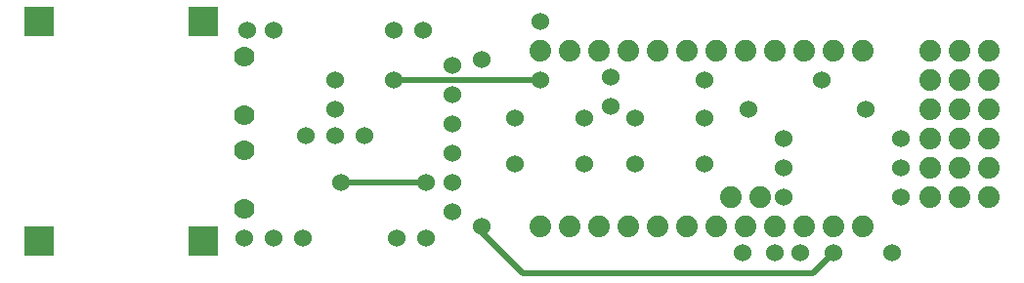
<source format=gbl>
G04 ---------------------------- Layer name :BOTTOM LAYER*
G04 EasyEDA v5.7.26, Mon, 01 Oct 2018 13:32:53 GMT*
G04 edaa9a1a6b454e79be5b24898f8a718c*
G04 Gerber Generator version 0.2*
G04 Scale: 100 percent, Rotated: No, Reflected: No *
G04 Dimensions in millimeters *
G04 leading zeros omitted , absolute positions ,3 integer and 3 decimal *
%FSLAX33Y33*%
%MOMM*%
G90*
G71D02*

%ADD10C,0.499999*%
%ADD14C,1.880006*%
%ADD15C,1.524000*%
%ADD16C,1.778000*%
%ADD17C,1.879600*%
%ADD18R,2.540000X2.540000*%

%LPD*%
G54D10*
G01X28194Y9144D02*
G01X36068Y9144D01*
G01X33274Y18034D02*
G01X45974Y18034D01*
G01X40894Y5334D02*
G01X40894Y4826D01*
G01X44450Y1270D01*
G01X69596Y1270D01*
G01X71374Y3048D01*
G54D14*
G01X65024Y7874D03*
G01X62484Y7874D03*
G54D15*
G01X30734Y13208D03*
G01X28194Y13208D03*
G01X25654Y13208D03*
G54D16*
G01X20320Y6858D03*
G01X20320Y11938D03*
G01X20320Y14986D03*
G01X20320Y20066D03*
G54D15*
G01X63500Y3048D03*
G01X68498Y3048D03*
G01X52070Y18288D03*
G01X52070Y15748D03*
G01X49784Y14732D03*
G01X43784Y14732D03*
G01X49784Y10731D03*
G01X43784Y10731D03*
G01X60198Y14732D03*
G01X54198Y14732D03*
G01X60198Y10731D03*
G01X54198Y10731D03*
G54D17*
G01X45974Y5334D03*
G01X48514Y5334D03*
G01X51054Y5334D03*
G01X53594Y5334D03*
G01X56134Y5334D03*
G01X58674Y5334D03*
G01X61214Y5334D03*
G01X63754Y5334D03*
G01X66294Y5334D03*
G01X68834Y5334D03*
G01X71374Y5334D03*
G01X73914Y5334D03*
G01X73914Y20574D03*
G01X71374Y20574D03*
G01X68834Y20574D03*
G01X66294Y20574D03*
G01X63754Y20574D03*
G01X61214Y20574D03*
G01X58674Y20574D03*
G01X56134Y20574D03*
G01X53594Y20574D03*
G01X51054Y20574D03*
G01X48514Y20574D03*
G01X45974Y20574D03*
G54D15*
G01X60198Y18034D03*
G01X70358Y18034D03*
G01X64008Y15494D03*
G01X74168Y15494D03*
G01X67056Y12954D03*
G01X77216Y12954D03*
G01X67056Y10414D03*
G01X77216Y10414D03*
G01X67056Y7874D03*
G01X77216Y7874D03*
G01X66294Y3048D03*
G01X76454Y3048D03*
G54D17*
G01X79756Y20574D03*
G01X82296Y20574D03*
G01X84836Y20574D03*
G01X79756Y18034D03*
G01X82296Y18034D03*
G01X84836Y18034D03*
G01X79756Y15494D03*
G01X82296Y15494D03*
G01X84836Y15494D03*
G01X79756Y12954D03*
G01X82296Y12954D03*
G01X84836Y12954D03*
G01X79756Y10414D03*
G01X82296Y10414D03*
G01X84836Y10414D03*
G01X79756Y7874D03*
G01X82296Y7874D03*
G01X84836Y7874D03*
G54D15*
G01X20574Y22352D03*
G01X22860Y22352D03*
G01X33274Y22352D03*
G01X35814Y22352D03*
G01X20320Y4318D03*
G01X22860Y4318D03*
G01X25400Y4318D03*
G01X33528Y4318D03*
G01X36068Y4318D03*
G54D18*
G01X2540Y4064D03*
G01X16764Y4064D03*
G01X2540Y23114D03*
G01X16764Y23114D03*
G54D15*
G01X38354Y19304D03*
G01X38354Y16764D03*
G01X38354Y14224D03*
G01X38354Y11684D03*
G01X38354Y9144D03*
G01X38354Y6604D03*
G01X28702Y9144D03*
G01X36068Y9144D03*
G01X40894Y5334D03*
G01X45974Y18034D03*
G01X33274Y18034D03*
G01X71374Y3048D03*
G01X45974Y23114D03*
G01X40894Y19812D03*
G01X28194Y18034D03*
G01X28194Y15494D03*
M00*
M02*

</source>
